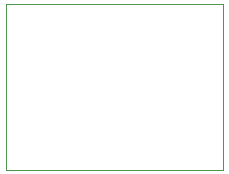
<source format=gbr>
%TF.GenerationSoftware,KiCad,Pcbnew,8.0.8-8.0.8-0~ubuntu24.04.1*%
%TF.CreationDate,2025-02-14T12:49:09-06:00*%
%TF.ProjectId,tof_module,746f665f-6d6f-4647-956c-652e6b696361,rev?*%
%TF.SameCoordinates,Original*%
%TF.FileFunction,Profile,NP*%
%FSLAX46Y46*%
G04 Gerber Fmt 4.6, Leading zero omitted, Abs format (unit mm)*
G04 Created by KiCad (PCBNEW 8.0.8-8.0.8-0~ubuntu24.04.1) date 2025-02-14 12:49:09*
%MOMM*%
%LPD*%
G01*
G04 APERTURE LIST*
%TA.AperFunction,Profile*%
%ADD10C,0.050000*%
%TD*%
G04 APERTURE END LIST*
D10*
X107400000Y-76400000D02*
X125800000Y-76400000D01*
X125800000Y-90400000D01*
X107400000Y-90400000D01*
X107400000Y-76400000D01*
M02*

</source>
